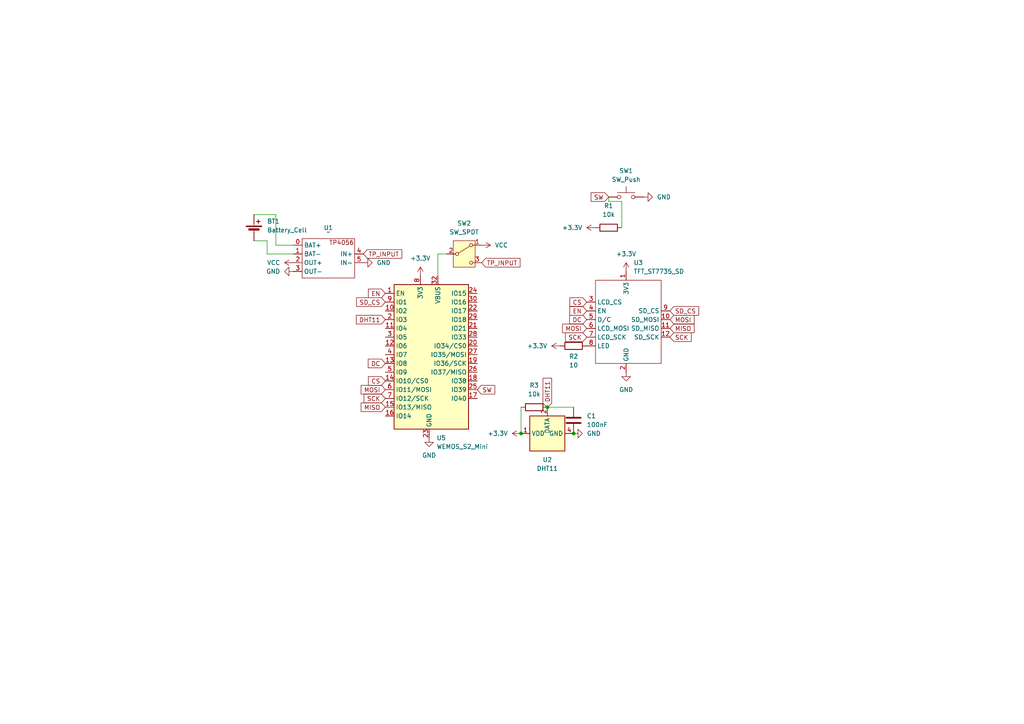
<source format=kicad_sch>
(kicad_sch (version 20241004) (generator "eeschema") (generator_version "8.99")
  (paper "A4")
  (lib_symbols
    (symbol "Device:Battery_Cell" (pin_numbers (hide yes)) (pin_names (offset 0) (hide yes))
      (property "Reference" "BT" (at 2.54 2.54 0))
      (property "Value" "Battery_Cell" (at 2.54 0 0))
      (symbol "Battery_Cell_0_1"
        (rectangle (start -2.286 1.778) (end 2.286 1.524) (fill (type outline)))
        (rectangle (start -1.524 1.016) (end 1.524 0.508) (fill (type outline)))
        (polyline (pts (xy 0 1.778) (xy 0 2.54)))
        (polyline (pts (xy 0 0.762) (xy 0 0)))
        (polyline (pts (xy 0.762 3.048) (xy 1.778 3.048)) (stroke (width 0.254)))
        (polyline (pts (xy 1.27 3.556) (xy 1.27 2.54)) (stroke (width 0.254)))
      )
      (symbol "Battery_Cell_1_1"
        (pin passive line (at 0 5.08 270) (length 2.54) (name "+") (number "1"))
        (pin passive line (at 0 -2.54 90) (length 2.54) (name "-") (number "2"))
      )
    )
    (symbol "Device:C" (pin_numbers (hide yes)) (pin_names (offset 0.254))
      (property "Reference" "C" (at 0.635 2.54 0))
      (property "Value" "C" (at 0.635 -2.54 0))
      (symbol "C_0_1"
        (polyline (pts (xy -2.032 0.762) (xy 2.032 0.762)) (stroke (width 0.508)))
        (polyline (pts (xy -2.032 -0.762) (xy 2.032 -0.762)) (stroke (width 0.508)))
      )
      (symbol "C_1_1"
        (pin passive line (at 0 3.81 270) (length 2.794) (name "~") (number "1"))
        (pin passive line (at 0 -3.81 90) (length 2.794) (name "~") (number "2"))
      )
    )
    (symbol "Device:R" (pin_numbers (hide yes)) (pin_names (offset 0))
      (property "Reference" "R" (at 2.032 0 90))
      (property "Value" "R" (at 0 0 90))
      (symbol "R_0_1"
        (rectangle (start -1.016 -2.54) (end 1.016 2.54) (stroke (width 0.254)))
      )
      (symbol "R_1_1"
        (pin passive line (at 0 3.81 270) (length 1.27) (name "~") (number "1"))
        (pin passive line (at 0 -3.81 90) (length 1.27) (name "~") (number "2"))
      )
    )
    (symbol "Sensor:DHT11"
      (property "Reference" "U" (at -3.81 6.35 0))
      (property "Value" "DHT11" (at 3.81 6.35 0))
      (symbol "DHT11_0_1"
        (rectangle (start -5.08 5.08) (end 5.08 -5.08) (stroke (width 0.254)) (fill (type background)))
      )
      (symbol "DHT11_1_1"
        (pin no_connect line (at -5.08 0 0) (length 2.54) (hide yes) (name "NC") (number "3"))
        (pin power_in line (at 0 7.62 270) (length 2.54) (name "VDD") (number "1"))
        (pin power_in line (at 0 -7.62 90) (length 2.54) (name "GND") (number "4"))
        (pin bidirectional line (at 7.62 0 180) (length 2.54) (name "DATA") (number "2"))
      )
    )
    (symbol "Switch:SW_Push" (pin_numbers (hide yes)) (pin_names (offset 1.016) (hide yes))
      (property "Reference" "SW" (at 1.27 2.54 0))
      (property "Value" "SW_Push" (at 0 -1.524 0))
      (symbol "SW_Push_0_1"
        (circle (center -2.032 0) (radius 0.508))
        (polyline (pts (xy 0 1.27) (xy 0 3.048)))
        (circle (center 2.032 0) (radius 0.508))
        (polyline (pts (xy 2.54 1.27) (xy -2.54 1.27)))
        (pin passive line (at -5.08 0 0) (length 2.54) (name "1") (number "1"))
        (pin passive line (at 5.08 0 180) (length 2.54) (name "2") (number "2"))
      )
    )
    (symbol "Switch:SW_SPDT" (pin_names (offset 0) (hide yes))
      (property "Reference" "SW" (at 0 5.08 0))
      (property "Value" "SW_SPDT" (at 0 -5.08 0))
      (symbol "SW_SPDT_0_1"
        (circle (center -2.032 0) (radius 0.4572))
        (polyline (pts (xy -1.651 0.254) (xy 1.651 2.286)))
        (circle (center 2.032 2.54) (radius 0.4572))
        (circle (center 2.032 -2.54) (radius 0.4572))
      )
      (symbol "SW_SPDT_1_1"
        (rectangle (start -3.175 3.81) (end 3.175 -3.81) (fill (type background)))
        (pin passive line (at -5.08 0 0) (length 2.54) (name "B") (number "2"))
        (pin passive line (at 5.08 2.54 180) (length 2.54) (name "A") (number "1"))
        (pin passive line (at 5.08 -2.54 180) (length 2.54) (name "C") (number "3"))
      )
    )
    (symbol "asylum-weather:TFT_ST7735_SD"
      (property "Reference" "U" (at 6.858 -15.748 0))
      (property "Value" "TFT_ST7735_SD" (at 13.462 -18.288 0))
      (symbol "TFT_ST7735_SD_0_1"
        (rectangle (start -5.08 10.16) (end 13.97 -13.97))
      )
      (symbol "TFT_ST7735_SD_1_1"
        (pin input line (at -7.62 3.81 0) (length 2.54) (name "LCD_CS") (number "3"))
        (pin input line (at -7.62 1.27 0) (length 2.54) (name "EN") (number "4"))
        (pin input line (at -7.62 -1.27 0) (length 2.54) (name "D/C") (number "5"))
        (pin input line (at -7.62 -3.81 0) (length 2.54) (name "LCD_MOSI") (number "6"))
        (pin input line (at -7.62 -6.35 0) (length 2.54) (name "LCD_SCK") (number "7"))
        (pin power_in line (at -7.62 -8.89 0) (length 2.54) (name "LED") (number "8"))
        (pin power_in line (at 3.81 12.7 270) (length 2.54) (name "3V3") (number "1"))
        (pin power_in line (at 3.81 -16.51 90) (length 2.54) (name "GND") (number "2"))
        (pin input line (at 16.51 1.27 180) (length 2.54) (name "SD_CS") (number "9"))
        (pin input line (at 16.51 -1.27 180) (length 2.54) (name "SD_MOSI") (number "10"))
        (pin output line (at 16.51 -3.81 180) (length 2.54) (name "SD_MISO") (number "11"))
        (pin input line (at 16.51 -6.35 180) (length 2.54) (name "SD_SCK") (number "12"))
      )
    )
    (symbol "asylum-weather:WEMOS_S2_Mini"
      (property "Reference" "U1" (at 21.336 -29.21 0))
      (property "Value" "WEMOS_S2_Mini" (at 21.336 -31.75 0))
      (symbol "WEMOS_S2_Mini_1_1"
        (rectangle (start -7.62 17.78) (end 13.97 -24.13) (stroke (width 0.254)) (fill (type background)))
        (pin input line (at -10.16 15.24 0) (length 2.54) (name "EN") (number "1"))
        (pin bidirectional line (at -10.16 12.7 0) (length 2.54) (name "IO1") (number "9"))
        (pin bidirectional line (at -10.16 10.16 0) (length 2.54) (name "IO2") (number "10"))
        (pin bidirectional line (at -10.16 7.62 0) (length 2.54) (name "IO3") (number "2"))
        (pin bidirectional line (at -10.16 5.08 0) (length 2.54) (name "IO4") (number "11"))
        (pin bidirectional line (at -10.16 2.54 0) (length 2.54) (name "IO5") (number "3"))
        (pin bidirectional line (at -10.16 0 0) (length 2.54) (name "IO6") (number "12"))
        (pin bidirectional line (at -10.16 -2.54 0) (length 2.54) (name "IO7") (number "4"))
        (pin bidirectional line (at -10.16 -5.08 0) (length 2.54) (name "IO8") (number "13"))
        (pin bidirectional line (at -10.16 -7.62 0) (length 2.54) (name "IO9") (number "5"))
        (pin bidirectional line (at -10.16 -10.16 0) (length 2.54) (name "IO10/CS0") (number "14"))
        (pin bidirectional line (at -10.16 -12.7 0) (length 2.54) (name "IO11/MOSI") (number "6"))
        (pin bidirectional line (at -10.16 -15.24 0) (length 2.54) (name "IO12/SCK") (number "7"))
        (pin bidirectional line (at -10.16 -17.78 0) (length 2.54) (name "IO13/MISO") (number "15"))
        (pin bidirectional line (at -10.16 -20.32 0) (length 2.54) (name "IO14") (number "16"))
        (pin power_out line (at 0 20.32 270) (length 2.54) (name "3V3") (number "8"))
        (pin power_out line (at 2.54 -26.67 90) (length 2.54) (name "GND") (number "23"))
        (pin power_in line (at 5.08 20.32 270) (length 2.54) (name "VBUS") (number "32"))
        (pin bidirectional line (at 16.51 15.24 180) (length 2.54) (name "IO15") (number "24"))
        (pin bidirectional line (at 16.51 12.7 180) (length 2.54) (name "IO16") (number "30"))
        (pin bidirectional line (at 16.51 10.16 180) (length 2.54) (name "IO17") (number "22"))
        (pin bidirectional line (at 16.51 7.62 180) (length 2.54) (name "IO18") (number "29"))
        (pin bidirectional line (at 16.51 5.08 180) (length 2.54) (name "IO21") (number "21"))
        (pin bidirectional line (at 16.51 2.54 180) (length 2.54) (name "IO33") (number "28"))
        (pin bidirectional line (at 16.51 0 180) (length 2.54) (name "IO34/CS0") (number "20"))
        (pin bidirectional line (at 16.51 -2.54 180) (length 2.54) (name "IO35/MOSI") (number "27"))
        (pin bidirectional line (at 16.51 -5.08 180) (length 2.54) (name "IO36/SCK") (number "19"))
        (pin bidirectional line (at 16.51 -7.62 180) (length 2.54) (name "IO37/MISO") (number "26"))
        (pin bidirectional line (at 16.51 -10.16 180) (length 2.54) (name "IO38") (number "18"))
        (pin bidirectional line (at 16.51 -12.7 180) (length 2.54) (name "IO39") (number "25"))
        (pin bidirectional line (at 16.51 -15.24 180) (length 2.54) (name "IO40") (number "17"))
      )
    )
    (symbol "asylum:TP4056"
      (property "Reference" "U" (at 0 0 0))
      (symbol "TP4056_0_1"
        (rectangle (start -7.62 5.715) (end 7.62 -5.715))
      )
      (symbol "TP4056_1_1"
        (text "TP4056\n" (at 3.81 4.572 0) (effects (font (size 1.27 1.27))))
        (pin power_out line (at -10.16 3.81 0) (length 2.54) (name "BAT+") (number "0"))
        (pin power_out line (at -10.16 1.27 0) (length 2.54) (name "BAT-") (number "1"))
        (pin power_out line (at -10.16 -1.27 0) (length 2.54) (name "OUT+") (number "2"))
        (pin power_out line (at -10.16 -3.81 0) (length 2.54) (name "OUT-") (number "3"))
        (pin power_out line (at 10.16 1.27 180) (length 2.54) (name "IN+") (number "4"))
        (pin power_out line (at 10.16 -1.27 180) (length 2.54) (name "IN-") (number "5"))
      )
    )
    (symbol "power:+3.3V" (power) (pin_numbers (hide yes)) (pin_names (offset 0) (hide yes))
      (property "Value" "+3.3V" (at 0 3.556 0))
      (symbol "+3.3V_0_1"
        (polyline (pts (xy -0.762 1.27) (xy 0 2.54)))
        (polyline (pts (xy 0 2.54) (xy 0.762 1.27)))
        (polyline (pts (xy 0 0) (xy 0 2.54)))
      )
      (symbol "+3.3V_1_1"
        (pin power_in line (at 0 0 90) (length 0) (name "~") (number "1"))
      )
    )
    (symbol "power:GND" (power) (pin_numbers (hide yes)) (pin_names (offset 0) (hide yes))
      (property "Value" "GND" (at 0 -3.81 0))
      (symbol "GND_0_1"
        (polyline (pts (xy 0 0) (xy 0 -1.27) (xy 1.27 -1.27) (xy 0 -2.54) (xy -1.27 -1.27) (xy 0 -1.27)))
      )
      (symbol "GND_1_1"
        (pin power_in line (at 0 0 270) (length 0) (name "~") (number "1"))
      )
    )
    (symbol "power:VCC" (power) (pin_numbers (hide yes)) (pin_names (offset 0) (hide yes))
      (property "Value" "VCC" (at 0 3.556 0))
      (symbol "VCC_0_1"
        (polyline (pts (xy -0.762 1.27) (xy 0 2.54)))
        (polyline (pts (xy 0 2.54) (xy 0.762 1.27)))
        (polyline (pts (xy 0 0) (xy 0 2.54)))
      )
      (symbol "VCC_1_1"
        (pin power_in line (at 0 0 90) (length 0) (name "~") (number "1"))
      )
    )
  )
  (junction (at 166.37 125.73))
  (junction (at 151.13 125.73))
  (junction (at 158.75 118.11))
  (wire (pts (xy 73.66 62.23) (xy 80.01 62.23)))
  (wire (pts (xy 77.47 69.85) (xy 77.47 73.66)))
  (wire (pts (xy 158.75 118.11) (xy 166.37 118.11)))
  (wire (pts (xy 151.13 118.11) (xy 151.13 125.73)))
  (wire (pts (xy 77.47 73.66) (xy 85.09 73.66)))
  (wire (pts (xy 176.53 57.15) (xy 176.53 58.42)))
  (wire (pts (xy 129.54 73.66) (xy 127 73.66)))
  (wire (pts (xy 180.34 58.42) (xy 180.34 66.04)))
  (wire (pts (xy 176.53 58.42) (xy 180.34 58.42)))
  (wire (pts (xy 80.01 71.12) (xy 85.09 71.12)))
  (wire (pts (xy 73.66 69.85) (xy 77.47 69.85)))
  (wire (pts (xy 80.01 62.23) (xy 80.01 71.12)))
  (wire (pts (xy 127 73.66) (xy 127 80.01)))
  (global_label "SCK" (shape input) (at 111.76 115.57 180) (property "Intersheetrefs" "${INTERSHEET_REFS}" (effects (hide yes))))
  (global_label "SCK" (shape input) (at 194.31 97.79 0) (property "Intersheetrefs" "${INTERSHEET_REFS}" (effects (hide yes))))
  (global_label "MOSI" (shape input) (at 111.76 113.03 180) (property "Intersheetrefs" "${INTERSHEET_REFS}" (effects (hide yes))))
  (global_label "DC" (shape input) (at 170.18 92.71 180) (property "Intersheetrefs" "${INTERSHEET_REFS}" (effects (hide yes))))
  (global_label "SCK" (shape input) (at 170.18 97.79 180) (property "Intersheetrefs" "${INTERSHEET_REFS}" (effects (hide yes))))
  (global_label "CS" (shape input) (at 111.76 110.49 180) (property "Intersheetrefs" "${INTERSHEET_REFS}" (effects (hide yes))))
  (global_label "TP_INPUT" (shape input) (at 105.41 73.66 0) (property "Intersheetrefs" "${INTERSHEET_REFS}" (effects (hide yes))))
  (global_label "EN" (shape input) (at 111.76 85.09 180) (property "Intersheetrefs" "${INTERSHEET_REFS}" (effects (hide yes))))
  (global_label "SD_CS" (shape input) (at 111.76 87.63 180) (property "Intersheetrefs" "${INTERSHEET_REFS}" (effects (hide yes))))
  (global_label "DHT11" (shape input) (at 111.76 92.71 180) (property "Intersheetrefs" "${INTERSHEET_REFS}" (effects (hide yes))))
  (global_label "DHT11" (shape input) (at 158.75 118.11 90) (property "Intersheetrefs" "${INTERSHEET_REFS}" (effects (hide yes))))
  (global_label "MOSI" (shape input) (at 194.31 92.71 0) (property "Intersheetrefs" "${INTERSHEET_REFS}" (effects (hide yes))))
  (global_label "MISO" (shape input) (at 111.76 118.11 180) (property "Intersheetrefs" "${INTERSHEET_REFS}" (effects (hide yes))))
  (global_label "MOSI" (shape input) (at 170.18 95.25 180) (property "Intersheetrefs" "${INTERSHEET_REFS}" (effects (hide yes))))
  (global_label "MISO" (shape input) (at 194.31 95.25 0) (property "Intersheetrefs" "${INTERSHEET_REFS}" (effects (hide yes))))
  (global_label "SW" (shape input) (at 176.53 57.15 180) (property "Intersheetrefs" "${INTERSHEET_REFS}" (effects (hide yes))))
  (global_label "SW" (shape input) (at 138.43 113.03 0) (property "Intersheetrefs" "${INTERSHEET_REFS}" (effects (hide yes))))
  (global_label "SD_CS" (shape input) (at 194.31 90.17 0) (property "Intersheetrefs" "${INTERSHEET_REFS}" (effects (hide yes))))
  (global_label "CS" (shape input) (at 170.18 87.63 180) (property "Intersheetrefs" "${INTERSHEET_REFS}" (effects (hide yes))))
  (global_label "EN" (shape input) (at 170.18 90.17 180) (property "Intersheetrefs" "${INTERSHEET_REFS}" (effects (hide yes))))
  (global_label "TP_INPUT" (shape input) (at 139.7 76.2 0) (property "Intersheetrefs" "${INTERSHEET_REFS}" (effects (hide yes))))
  (global_label "DC" (shape input) (at 111.76 105.41 180) (property "Intersheetrefs" "${INTERSHEET_REFS}" (effects (hide yes))))
  (symbol (lib_id "power:GND") (at 181.61 107.95 0) (unit 1)
    (property "Reference" "#PWR03" (effects (hide yes)))
    (property "Value" "GND" (at 181.61 113.03 0))
    (property "Description" "Power symbol creates a global label with name \"GND\" , ground" (effects (hide yes)))
  )
  (symbol (lib_id "power:GND") (at 166.37 125.73 90) (unit 1)
    (property "Reference" "#PWR06" (effects (hide yes)))
    (property "Value" "GND" (at 170.18 125.7299 90) (effects (justify right)))
    (property "Description" "Power symbol creates a global label with name \"GND\" , ground" (effects (hide yes)))
  )
  (symbol (lib_id "power:+3.3V") (at 151.13 125.73 90) (unit 1)
    (property "Reference" "#PWR08" (effects (hide yes)))
    (property "Value" "+3.3V" (at 147.32 125.7299 90) (effects (justify left)))
    (property "Description" "Power symbol creates a global label with name \"+3.3V\"" (effects (hide yes)))
  )
  (symbol (lib_id "Device:R") (at 154.94 118.11 90) (unit 1)
    (property "Reference" "R3" (at 154.94 111.76 90))
    (property "Value" "10k" (at 154.94 114.3 90))
    (property "Footprint" "Resistor_THT:R_Axial_DIN0207_L6.3mm_D2.5mm_P10.16mm_Horizontal" (effects (hide yes)))
    (property "Description" "Resistor" (effects (hide yes)))
  )
  (symbol (lib_id "Sensor:DHT11") (at 158.75 125.73 90) (unit 1)
    (property "Reference" "U2" (at 158.75 133.35 90))
    (property "Value" "DHT11" (at 158.75 135.89 90))
    (property "Footprint" "Sensor:Aosong_DHT11_5.5x12.0_P2.54mm" (effects (hide yes)))
    (property "Datasheet" "http://akizukidenshi.com/download/ds/aosong/DHT11.pdf" (effects (hide yes)))
    (property "Description" "3.3V to 5.5V, temperature and humidity module, DHT11" (effects (hide yes)))
  )
  (symbol (lib_id "Device:R") (at 176.53 66.04 90) (unit 1)
    (property "Reference" "R1" (at 176.53 59.69 90))
    (property "Value" "10k" (at 176.53 62.23 90))
    (property "Footprint" "Resistor_THT:R_Axial_DIN0207_L6.3mm_D2.5mm_P10.16mm_Horizontal" (effects (hide yes)))
    (property "Description" "Resistor" (effects (hide yes)))
  )
  (symbol (lib_id "Switch:SW_Push") (at 181.61 57.15 0) (unit 1)
    (property "Reference" "SW1" (at 181.61 49.53 0))
    (property "Value" "SW_Push" (at 181.61 52.07 0))
    (property "Footprint" "Button_Switch_THT:SW_PUSH_6mm" (effects (hide yes)))
    (property "Description" "Push button switch, generic, two pins" (effects (hide yes)))
  )
  (symbol (lib_id "asylum-weather:WEMOS_S2_Mini") (at 121.92 100.33 0) (unit 1)
    (property "Reference" "U5" (at 126.6033 127 0) (effects (justify left)))
    (property "Value" "WEMOS_S2_Mini" (at 126.6033 129.54 0) (effects (justify left)))
    (property "Footprint" "asylum-grimsteel:WEMOS_S2_Mini" (effects (hide yes)))
    (property "Datasheet" "https://wiki.wemos.cc/products:d1:d1_mini#documentation" (effects (hide yes)))
    (property "Description" "32-bit microcontroller module with WiFi" (effects (hide yes)))
  )
  (symbol (lib_id "Switch:SW_SPDT") (at 134.62 73.66 0) (unit 1)
    (property "Reference" "SW2" (at 134.62 64.77 0))
    (property "Value" "SW_SPDT" (at 134.62 67.31 0))
    (property "Footprint" "Button_Switch_THT:SW_Slide-03_Wuerth-WS-SLTV_10x2.5x6.4_P2.54mm" (effects (hide yes)))
    (property "Description" "Switch, single pole double throw" (effects (hide yes)))
  )
  (symbol (lib_id "Device:Battery_Cell") (at 73.66 67.31 0) (unit 1)
    (property "Reference" "BT1" (at 77.47 64.1984 0) (effects (justify left)))
    (property "Value" "Battery_Cell" (at 77.47 66.7384 0) (effects (justify left)))
    (property "Footprint" "Library:PinHeader_1x02_P2.54mm_Vertical_swapped" (effects (hide yes)))
    (property "Description" "Single-cell battery" (effects (hide yes)))
  )
  (symbol (lib_id "Device:R") (at 166.37 100.33 270) (unit 1)
    (property "Reference" "R2" (at 166.37 103.378 90))
    (property "Value" "10" (at 166.37 105.918 90))
    (property "Footprint" "Resistor_SMD:R_0805_2012Metric_Pad1.20x1.40mm_HandSolder" (effects (hide yes)))
    (property "Description" "Resistor" (effects (hide yes)))
  )
  (symbol (lib_id "Device:C") (at 166.37 121.92 0) (unit 1)
    (property "Reference" "C1" (at 170.18 120.6499 0) (effects (justify left)))
    (property "Value" "100nF" (at 170.18 123.1899 0) (effects (justify left)))
    (property "Footprint" "Capacitor_SMD:C_0805_2012Metric_Pad1.18x1.45mm_HandSolder" (effects (hide yes)))
    (property "Description" "Unpolarized capacitor" (effects (hide yes)))
  )
  (symbol (lib_id "power:+3.3V") (at 121.92 80.01 0) (unit 1)
    (property "Reference" "#PWR011" (effects (hide yes)))
    (property "Value" "+3.3V" (at 121.92 74.93 0))
    (property "Description" "Power symbol creates a global label with name \"+3.3V\"" (effects (hide yes)))
  )
  (symbol (lib_id "power:+3.3V") (at 162.56 100.33 90) (unit 1)
    (property "Reference" "#PWR05" (effects (hide yes)))
    (property "Value" "+3.3V" (at 158.75 100.3299 90) (effects (justify left)))
    (property "Description" "Power symbol creates a global label with name \"+3.3V\"" (effects (hide yes)))
  )
  (symbol (lib_id "power:GND") (at 105.41 76.2 90) (unit 1)
    (property "Reference" "#PWR012" (effects (hide yes)))
    (property "Value" "GND" (at 109.22 76.1999 90) (effects (justify right)))
    (property "Description" "Power symbol creates a global label with name \"GND\" , ground" (effects (hide yes)))
  )
  (symbol (lib_id "power:GND") (at 186.69 57.15 90) (unit 1)
    (property "Reference" "#PWR07" (effects (hide yes)))
    (property "Value" "GND" (at 190.5 57.1499 90) (effects (justify right)))
    (property "Description" "Power symbol creates a global label with name \"GND\" , ground" (effects (hide yes)))
  )
  (symbol (lib_id "power:+3.3V") (at 181.61 78.74 0) (unit 1)
    (property "Reference" "#PWR09" (effects (hide yes)))
    (property "Value" "+3.3V" (at 181.61 73.66 0))
    (property "Description" "Power symbol creates a global label with name \"+3.3V\"" (effects (hide yes)))
  )
  (symbol (lib_id "power:GND") (at 124.46 127 0) (unit 1)
    (property "Reference" "#PWR04" (effects (hide yes)))
    (property "Value" "GND" (at 124.46 132.08 0))
    (property "Description" "Power symbol creates a global label with name \"GND\" , ground" (effects (hide yes)))
  )
  (symbol (lib_id "asylum:TP4056") (at 95.25 74.93 0) (unit 1)
    (property "Reference" "U1" (at 95.25 66.04 0))
    (property "Value" "~" (at 95.25 67.31 0))
    (property "Footprint" "asylum-grimsteel:TP4056" (effects (hide yes)))
  )
  (symbol (lib_id "power:VCC") (at 85.09 76.2 90) (unit 1)
    (property "Reference" "#PWR010" (effects (hide yes)))
    (property "Value" "VCC" (at 81.28 76.1999 90) (effects (justify left)))
    (property "Description" "Power symbol creates a global label with name \"VCC\"" (effects (hide yes)))
  )
  (symbol (lib_id "power:GND") (at 85.09 78.74 270) (unit 1)
    (property "Reference" "#PWR013" (effects (hide yes)))
    (property "Value" "GND" (at 81.28 78.7399 90) (effects (justify right)))
    (property "Description" "Power symbol creates a global label with name \"GND\" , ground" (effects (hide yes)))
  )
  (symbol (lib_id "power:+3.3V") (at 172.72 66.04 90) (unit 1)
    (property "Reference" "#PWR01" (effects (hide yes)))
    (property "Value" "+3.3V" (at 168.91 66.0399 90) (effects (justify left)))
    (property "Description" "Power symbol creates a global label with name \"+3.3V\"" (effects (hide yes)))
  )
  (symbol (lib_id "power:VCC") (at 139.7 71.12 270) (unit 1)
    (property "Reference" "#PWR02" (effects (hide yes)))
    (property "Value" "VCC" (at 143.51 71.1199 90) (effects (justify left)))
    (property "Description" "Power symbol creates a global label with name \"VCC\"" (effects (hide yes)))
  )
  (symbol (lib_id "asylum-weather:TFT_ST7735_SD") (at 177.8 91.44 0) (unit 1)
    (property "Reference" "U3" (at 183.7533 76.2 0) (effects (justify left)))
    (property "Value" "TFT_ST7735_SD" (at 183.7533 78.74 0) (effects (justify left)))
    (property "Footprint" "asylum-grimsteel:TFT_ST7735_SD" (effects (hide yes)))
  )
)
</source>
